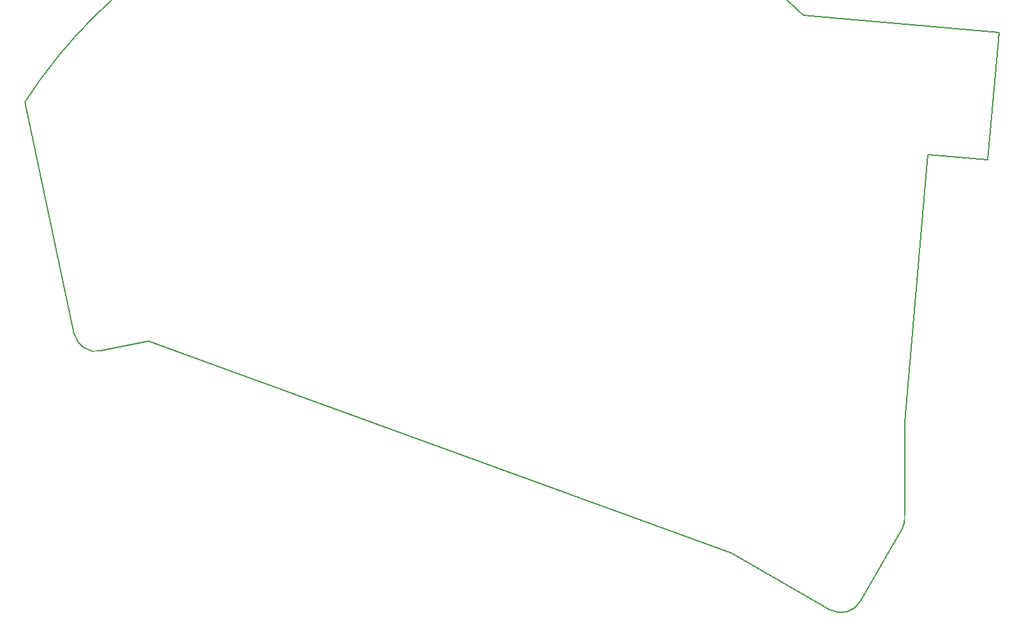
<source format=gbr>
%TF.GenerationSoftware,KiCad,Pcbnew,6.0.1-1.fc35*%
%TF.CreationDate,2022-01-21T00:59:51-05:00*%
%TF.ProjectId,a_dux_30,615f6475-785f-4333-902e-6b696361645f,v1.0.0*%
%TF.SameCoordinates,Original*%
%TF.FileFunction,Profile,NP*%
%FSLAX46Y46*%
G04 Gerber Fmt 4.6, Leading zero omitted, Abs format (unit mm)*
G04 Created by KiCad (PCBNEW 6.0.1-1.fc35) date 2022-01-21 00:59:51*
%MOMM*%
%LPD*%
G01*
G04 APERTURE LIST*
%TA.AperFunction,Profile*%
%ADD10C,0.150000*%
%TD*%
G04 APERTURE END LIST*
D10*
X6829366Y6695294D02*
X13113334Y8030992D01*
X113238472Y-17081863D02*
G75*
G03*
X113597645Y-15077205I-2598074J1500000D01*
G01*
X100168308Y51335805D02*
G75*
G03*
X-3273567Y39796659I-47042704J-47707273D01*
G01*
X100168308Y51335805D02*
X126165060Y49061384D01*
X13113334Y8030992D02*
X90574248Y-20162475D01*
X113597645Y-2795123D02*
X116713855Y32823320D01*
X124683412Y32126074D02*
X116713855Y32823320D01*
X-3273568Y39796659D02*
X3271188Y9006001D01*
X113597645Y-15077206D02*
X113597645Y-2795123D01*
X124683412Y32126074D02*
X126165060Y49061384D01*
X107738472Y-26608143D02*
X113238472Y-17081863D01*
X90574248Y-20162475D02*
X103640396Y-27706219D01*
X3271188Y9006001D02*
G75*
G03*
X6829367Y6695294I2934442J623734D01*
G01*
X103640396Y-27706218D02*
G75*
G03*
X107738472Y-26608143I1500000J2598076D01*
G01*
M02*

</source>
